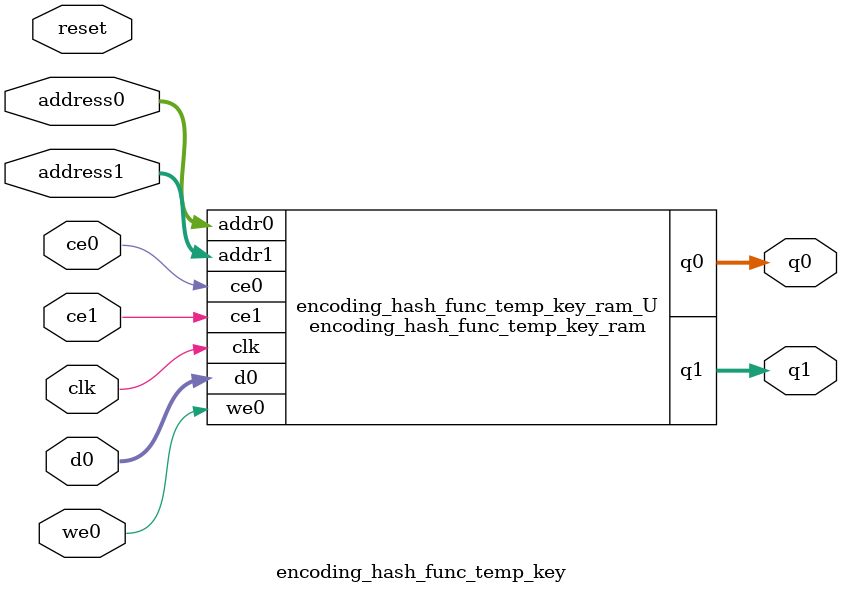
<source format=v>
`timescale 1 ns / 1 ps
module encoding_hash_func_temp_key_ram (addr0, ce0, d0, we0, q0, addr1, ce1, q1,  clk);

parameter DWIDTH = 8;
parameter AWIDTH = 5;
parameter MEM_SIZE = 20;

input[AWIDTH-1:0] addr0;
input ce0;
input[DWIDTH-1:0] d0;
input we0;
output reg[DWIDTH-1:0] q0;
input[AWIDTH-1:0] addr1;
input ce1;
output reg[DWIDTH-1:0] q1;
input clk;

reg [DWIDTH-1:0] ram[0:MEM_SIZE-1];




always @(posedge clk)  
begin 
    if (ce0) begin
        if (we0) 
            ram[addr0] <= d0; 
        q0 <= ram[addr0];
    end
end


always @(posedge clk)  
begin 
    if (ce1) begin
        q1 <= ram[addr1];
    end
end


endmodule

`timescale 1 ns / 1 ps
module encoding_hash_func_temp_key(
    reset,
    clk,
    address0,
    ce0,
    we0,
    d0,
    q0,
    address1,
    ce1,
    q1);

parameter DataWidth = 32'd8;
parameter AddressRange = 32'd20;
parameter AddressWidth = 32'd5;
input reset;
input clk;
input[AddressWidth - 1:0] address0;
input ce0;
input we0;
input[DataWidth - 1:0] d0;
output[DataWidth - 1:0] q0;
input[AddressWidth - 1:0] address1;
input ce1;
output[DataWidth - 1:0] q1;



encoding_hash_func_temp_key_ram encoding_hash_func_temp_key_ram_U(
    .clk( clk ),
    .addr0( address0 ),
    .ce0( ce0 ),
    .we0( we0 ),
    .d0( d0 ),
    .q0( q0 ),
    .addr1( address1 ),
    .ce1( ce1 ),
    .q1( q1 ));

endmodule


</source>
